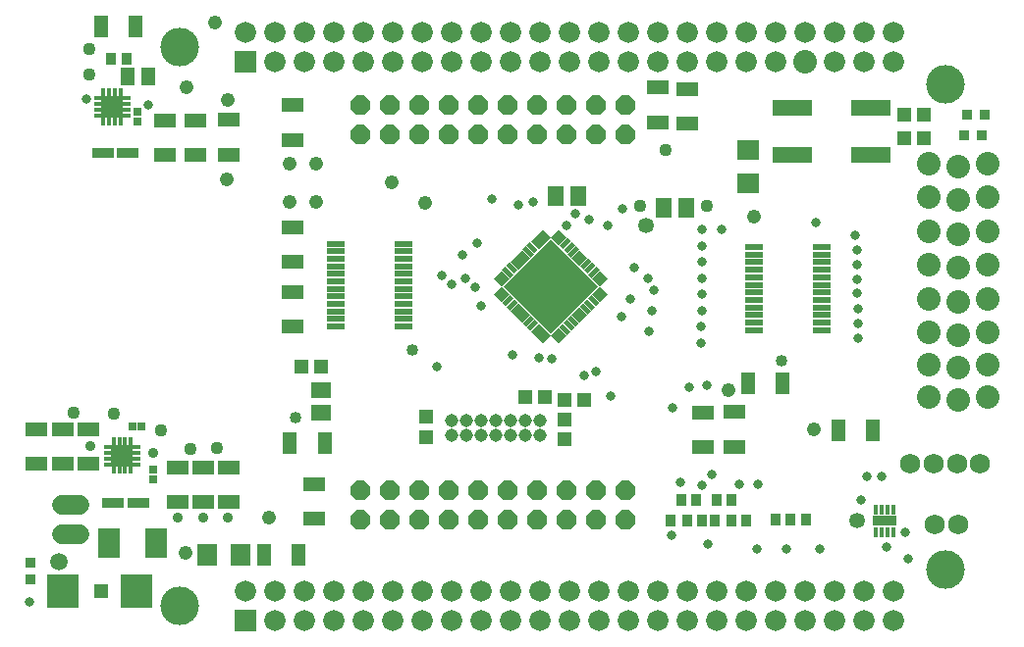
<source format=gts>
G75*
%MOIN*%
%OFA0B0*%
%FSLAX24Y24*%
%IPPOS*%
%LPD*%
%AMOC8*
5,1,8,0,0,1.08239X$1,22.5*
%
%ADD10R,0.0572X0.0651*%
%ADD11R,0.0454X0.0493*%
%ADD12R,0.0493X0.0454*%
%ADD13C,0.1310*%
%ADD14R,0.0720X0.0720*%
%ADD15C,0.0720*%
%ADD16C,0.0800*%
%ADD17R,0.0500X0.0770*%
%ADD18R,0.0770X0.0500*%
%ADD19R,0.0651X0.0572*%
%ADD20R,0.0300X0.0280*%
%ADD21R,0.0280X0.0300*%
%ADD22R,0.0750X0.0340*%
%ADD23R,0.0180X0.0260*%
%ADD24R,0.0260X0.0180*%
%ADD25R,0.0730X0.0730*%
%ADD26R,0.0320X0.0440*%
%ADD27R,0.0500X0.0630*%
%ADD28C,0.0450*%
%ADD29R,0.0640X0.0200*%
%ADD30OC8,0.0660*%
%ADD31R,0.0180X0.0380*%
%ADD32R,0.2260X0.2260*%
%ADD33R,0.0336X0.0414*%
%ADD34C,0.0660*%
%ADD35R,0.0690X0.0770*%
%ADD36R,0.1320X0.0532*%
%ADD37R,0.0769X0.0690*%
%ADD38R,0.0847X0.0375*%
%ADD39R,0.0166X0.0336*%
%ADD40C,0.0690*%
%ADD41R,0.1064X0.1123*%
%ADD42R,0.0769X0.1005*%
%ADD43R,0.0375X0.0375*%
%ADD44C,0.0436*%
%ADD45C,0.0330*%
%ADD46C,0.0400*%
%ADD47C,0.0476*%
%ADD48C,0.0532*%
%ADD49C,0.0591*%
%ADD50C,0.0350*%
%ADD51R,0.0476X0.0476*%
D10*
X025646Y015285D03*
X026394Y015285D03*
X022724Y015700D03*
X021976Y015700D03*
D11*
X013995Y009910D03*
X013325Y009910D03*
X020945Y008870D03*
X021615Y008870D03*
X022285Y008780D03*
X022955Y008780D03*
X022270Y008105D03*
X022270Y007435D03*
X033815Y017650D03*
X034485Y017650D03*
X034485Y018450D03*
X033815Y018450D03*
D12*
X017570Y008185D03*
X017570Y007515D03*
D13*
X009200Y001750D03*
X035200Y003000D03*
X035200Y019500D03*
X009200Y020750D03*
D14*
X011450Y020250D03*
X011450Y001250D03*
D15*
X012450Y001250D03*
X013450Y001250D03*
X014450Y001250D03*
X015450Y001250D03*
X016450Y001250D03*
X017450Y001250D03*
X018450Y001250D03*
X019450Y001250D03*
X020450Y001250D03*
X021450Y001250D03*
X022450Y001250D03*
X023450Y001250D03*
X024450Y001250D03*
X025450Y001250D03*
X026450Y001250D03*
X027450Y001250D03*
X028450Y001250D03*
X029450Y001250D03*
X030450Y001250D03*
X031450Y001250D03*
X032450Y001250D03*
X033450Y001250D03*
X033450Y002250D03*
X032450Y002250D03*
X031450Y002250D03*
X030450Y002250D03*
X029450Y002250D03*
X028450Y002250D03*
X027450Y002250D03*
X026450Y002250D03*
X025450Y002250D03*
X024450Y002250D03*
X023450Y002250D03*
X022450Y002250D03*
X021450Y002250D03*
X020450Y002250D03*
X019450Y002250D03*
X018450Y002250D03*
X017450Y002250D03*
X016450Y002250D03*
X015450Y002250D03*
X014450Y002250D03*
X013450Y002250D03*
X012450Y002250D03*
X011450Y002250D03*
X012450Y020250D03*
X013450Y020250D03*
X014450Y020250D03*
X015450Y020250D03*
X016450Y020250D03*
X017450Y020250D03*
X018450Y020250D03*
X019450Y020250D03*
X020450Y020250D03*
X021450Y020250D03*
X022450Y020250D03*
X023450Y020250D03*
X024450Y020250D03*
X025450Y020250D03*
X026450Y020250D03*
X027450Y020250D03*
X028450Y020250D03*
X029450Y020250D03*
X029450Y021250D03*
X028450Y021250D03*
X027450Y021250D03*
X026450Y021250D03*
X025450Y021250D03*
X024450Y021250D03*
X023450Y021250D03*
X022450Y021250D03*
X021450Y021250D03*
X020450Y021250D03*
X019450Y021250D03*
X018450Y021250D03*
X017450Y021250D03*
X016450Y021250D03*
X015450Y021250D03*
X014450Y021250D03*
X013450Y021250D03*
X012450Y021250D03*
X011450Y021250D03*
X030450Y021250D03*
X031450Y021250D03*
X032450Y021250D03*
X033450Y021250D03*
X033450Y020250D03*
X032450Y020250D03*
X031450Y020250D03*
D16*
X030450Y020250D03*
X034650Y016800D03*
X035650Y016700D03*
X036650Y016800D03*
X036650Y015650D03*
X035650Y015550D03*
X034650Y015650D03*
X034650Y014500D03*
X035650Y014400D03*
X036650Y014500D03*
X036650Y013350D03*
X035650Y013250D03*
X034650Y013350D03*
X034650Y012200D03*
X035650Y012100D03*
X036650Y012200D03*
X036650Y011050D03*
X035650Y010950D03*
X034650Y011050D03*
X034650Y009950D03*
X035650Y009850D03*
X036650Y009950D03*
X036650Y008850D03*
X035650Y008750D03*
X034650Y008850D03*
D17*
X032743Y007736D03*
X031563Y007736D03*
X029680Y009330D03*
X028500Y009330D03*
X014126Y007304D03*
X012946Y007304D03*
X013240Y003510D03*
X012060Y003510D03*
X007711Y021451D03*
X006531Y021451D03*
D18*
X008691Y018281D03*
X009756Y018273D03*
X010871Y018283D03*
X010871Y017103D03*
X009756Y017093D03*
X008691Y017101D03*
X013050Y017610D03*
X013050Y018790D03*
X013050Y014640D03*
X013050Y013460D03*
X013050Y012440D03*
X013050Y011260D03*
X006100Y007778D03*
X005225Y007778D03*
X004350Y007778D03*
X004350Y006598D03*
X005225Y006598D03*
X006100Y006598D03*
X009131Y006465D03*
X010006Y006465D03*
X010881Y006465D03*
X010881Y005285D03*
X010006Y005285D03*
X009131Y005285D03*
X013773Y004731D03*
X013773Y005911D03*
X026970Y007160D03*
X028030Y007170D03*
X028030Y008350D03*
X026970Y008340D03*
X026450Y018160D03*
X025450Y018210D03*
X025450Y019390D03*
X026450Y019340D03*
D19*
X014010Y009094D03*
X014010Y008346D03*
D20*
X008301Y006384D03*
X008301Y006054D03*
X007788Y018243D03*
X007788Y018573D03*
D21*
X007921Y007875D03*
X007591Y007875D03*
D22*
X007806Y005250D03*
X006956Y005250D03*
X006601Y017180D03*
X007451Y017180D03*
D23*
X007213Y018244D03*
X007016Y018244D03*
X006819Y018244D03*
X006622Y018244D03*
X006622Y019228D03*
X006819Y019228D03*
X007016Y019228D03*
X007213Y019228D03*
X007158Y007367D03*
X007355Y007367D03*
X007552Y007367D03*
X006961Y007367D03*
X006961Y006383D03*
X007158Y006383D03*
X007355Y006383D03*
X007552Y006383D03*
D24*
X007748Y006580D03*
X007748Y006777D03*
X007748Y006973D03*
X007748Y007170D03*
X006764Y007170D03*
X006764Y006973D03*
X006764Y006777D03*
X006764Y006580D03*
X006425Y018441D03*
X006425Y018638D03*
X006425Y018835D03*
X006425Y019032D03*
X007410Y019032D03*
X007410Y018835D03*
X007410Y018638D03*
X007410Y018441D03*
D25*
X006918Y018736D03*
X007256Y006875D03*
D26*
X025875Y004650D03*
X026425Y004650D03*
X026925Y004650D03*
X027375Y004650D03*
X027925Y004650D03*
X028425Y004650D03*
X029425Y004700D03*
X029925Y004700D03*
X030475Y004700D03*
X007408Y020381D03*
X006858Y020381D03*
D27*
X007434Y019778D03*
X008144Y019778D03*
D28*
X018430Y008070D03*
X018930Y008070D03*
X019430Y008070D03*
X019930Y008070D03*
X020430Y008070D03*
X020930Y008070D03*
X021430Y008070D03*
X021430Y007570D03*
X020930Y007570D03*
X020430Y007570D03*
X019930Y007570D03*
X019430Y007570D03*
X018930Y007570D03*
X018430Y007570D03*
D29*
X016820Y011260D03*
X016820Y011520D03*
X016820Y011770D03*
X016820Y012030D03*
X016820Y012290D03*
X016820Y012540D03*
X016820Y012800D03*
X016820Y013050D03*
X016820Y013310D03*
X016820Y013570D03*
X016820Y013820D03*
X016820Y014080D03*
X014520Y014080D03*
X014520Y013820D03*
X014520Y013570D03*
X014520Y013310D03*
X014520Y013050D03*
X014520Y012800D03*
X014520Y012540D03*
X014520Y012290D03*
X014520Y012030D03*
X014520Y011770D03*
X014520Y011520D03*
X014520Y011260D03*
X028700Y011140D03*
X028700Y011400D03*
X028700Y011650D03*
X028700Y011910D03*
X028700Y012170D03*
X028700Y012420D03*
X028700Y012680D03*
X028700Y012930D03*
X028700Y013190D03*
X028700Y013450D03*
X028700Y013700D03*
X028700Y013960D03*
X031000Y013960D03*
X031000Y013700D03*
X031000Y013450D03*
X031000Y013190D03*
X031000Y012930D03*
X031000Y012680D03*
X031000Y012420D03*
X031000Y012170D03*
X031000Y011910D03*
X031000Y011650D03*
X031000Y011400D03*
X031000Y011140D03*
D30*
X024350Y005700D03*
X023350Y005700D03*
X022350Y005700D03*
X021350Y005700D03*
X020350Y005700D03*
X019350Y005700D03*
X018350Y005700D03*
X017350Y005700D03*
X016350Y005700D03*
X015350Y005700D03*
X015350Y004700D03*
X016350Y004700D03*
X017350Y004700D03*
X018350Y004700D03*
X019350Y004700D03*
X020350Y004700D03*
X021350Y004700D03*
X022350Y004700D03*
X023350Y004700D03*
X024350Y004700D03*
X024350Y017800D03*
X023350Y017800D03*
X022350Y017800D03*
X021350Y017800D03*
X020350Y017800D03*
X019350Y017800D03*
X018350Y017800D03*
X017350Y017800D03*
X016350Y017800D03*
X015350Y017800D03*
X015350Y018800D03*
X016350Y018800D03*
X017350Y018800D03*
X018350Y018800D03*
X019350Y018800D03*
X020350Y018800D03*
X021350Y018800D03*
X022350Y018800D03*
X023350Y018800D03*
X024350Y018800D03*
D31*
G36*
X022083Y014561D02*
X022210Y014434D01*
X021943Y014167D01*
X021816Y014294D01*
X022083Y014561D01*
G37*
G36*
X021406Y014434D02*
X021533Y014561D01*
X021800Y014294D01*
X021673Y014167D01*
X021406Y014434D01*
G37*
G36*
X021272Y014300D02*
X021399Y014427D01*
X021666Y014160D01*
X021539Y014033D01*
X021272Y014300D01*
G37*
G36*
X021130Y014158D02*
X021257Y014285D01*
X021524Y014018D01*
X021397Y013891D01*
X021130Y014158D01*
G37*
G36*
X020989Y014017D02*
X021116Y014144D01*
X021383Y013877D01*
X021256Y013750D01*
X020989Y014017D01*
G37*
G36*
X020855Y013883D02*
X020982Y014010D01*
X021249Y013743D01*
X021122Y013616D01*
X020855Y013883D01*
G37*
G36*
X020713Y013741D02*
X020840Y013868D01*
X021107Y013601D01*
X020980Y013474D01*
X020713Y013741D01*
G37*
G36*
X020572Y013600D02*
X020699Y013727D01*
X020966Y013460D01*
X020839Y013333D01*
X020572Y013600D01*
G37*
G36*
X020430Y013458D02*
X020557Y013585D01*
X020824Y013318D01*
X020697Y013191D01*
X020430Y013458D01*
G37*
G36*
X020296Y013324D02*
X020423Y013451D01*
X020690Y013184D01*
X020563Y013057D01*
X020296Y013324D01*
G37*
G36*
X020155Y013183D02*
X020282Y013310D01*
X020549Y013043D01*
X020422Y012916D01*
X020155Y013183D01*
G37*
G36*
X020013Y013041D02*
X020140Y013168D01*
X020407Y012901D01*
X020280Y012774D01*
X020013Y013041D01*
G37*
G36*
X019879Y012907D02*
X020006Y013034D01*
X020273Y012767D01*
X020146Y012640D01*
X019879Y012907D01*
G37*
G36*
X020146Y012624D02*
X020273Y012497D01*
X020006Y012230D01*
X019879Y012357D01*
X020146Y012624D01*
G37*
G36*
X020280Y012489D02*
X020407Y012362D01*
X020140Y012095D01*
X020013Y012222D01*
X020280Y012489D01*
G37*
G36*
X020422Y012348D02*
X020549Y012221D01*
X020282Y011954D01*
X020155Y012081D01*
X020422Y012348D01*
G37*
G36*
X020563Y012207D02*
X020690Y012080D01*
X020423Y011813D01*
X020296Y011940D01*
X020563Y012207D01*
G37*
G36*
X020697Y012072D02*
X020824Y011945D01*
X020557Y011678D01*
X020430Y011805D01*
X020697Y012072D01*
G37*
G36*
X020839Y011931D02*
X020966Y011804D01*
X020699Y011537D01*
X020572Y011664D01*
X020839Y011931D01*
G37*
G36*
X020980Y011789D02*
X021107Y011662D01*
X020840Y011395D01*
X020713Y011522D01*
X020980Y011789D01*
G37*
G36*
X021122Y011648D02*
X021249Y011521D01*
X020982Y011254D01*
X020855Y011381D01*
X021122Y011648D01*
G37*
G36*
X021256Y011514D02*
X021383Y011387D01*
X021116Y011120D01*
X020989Y011247D01*
X021256Y011514D01*
G37*
G36*
X021397Y011372D02*
X021524Y011245D01*
X021257Y010978D01*
X021130Y011105D01*
X021397Y011372D01*
G37*
G36*
X021539Y011231D02*
X021666Y011104D01*
X021399Y010837D01*
X021272Y010964D01*
X021539Y011231D01*
G37*
G36*
X021673Y011096D02*
X021800Y010969D01*
X021533Y010702D01*
X021406Y010829D01*
X021673Y011096D01*
G37*
G36*
X021816Y010969D02*
X021943Y011096D01*
X022210Y010829D01*
X022083Y010702D01*
X021816Y010969D01*
G37*
G36*
X021951Y011104D02*
X022078Y011231D01*
X022345Y010964D01*
X022218Y010837D01*
X021951Y011104D01*
G37*
G36*
X022092Y011245D02*
X022219Y011372D01*
X022486Y011105D01*
X022359Y010978D01*
X022092Y011245D01*
G37*
G36*
X022233Y011387D02*
X022360Y011514D01*
X022627Y011247D01*
X022500Y011120D01*
X022233Y011387D01*
G37*
G36*
X022368Y011521D02*
X022495Y011648D01*
X022762Y011381D01*
X022635Y011254D01*
X022368Y011521D01*
G37*
G36*
X022509Y011662D02*
X022636Y011789D01*
X022903Y011522D01*
X022776Y011395D01*
X022509Y011662D01*
G37*
G36*
X022651Y011804D02*
X022778Y011931D01*
X023045Y011664D01*
X022918Y011537D01*
X022651Y011804D01*
G37*
G36*
X022792Y011945D02*
X022919Y012072D01*
X023186Y011805D01*
X023059Y011678D01*
X022792Y011945D01*
G37*
G36*
X022926Y012080D02*
X023053Y012207D01*
X023320Y011940D01*
X023193Y011813D01*
X022926Y012080D01*
G37*
G36*
X023068Y012221D02*
X023195Y012348D01*
X023462Y012081D01*
X023335Y011954D01*
X023068Y012221D01*
G37*
G36*
X023209Y012362D02*
X023336Y012489D01*
X023603Y012222D01*
X023476Y012095D01*
X023209Y012362D01*
G37*
G36*
X023344Y012497D02*
X023471Y012624D01*
X023738Y012357D01*
X023611Y012230D01*
X023344Y012497D01*
G37*
G36*
X023611Y013034D02*
X023738Y012907D01*
X023471Y012640D01*
X023344Y012767D01*
X023611Y013034D01*
G37*
G36*
X023476Y013168D02*
X023603Y013041D01*
X023336Y012774D01*
X023209Y012901D01*
X023476Y013168D01*
G37*
G36*
X023335Y013310D02*
X023462Y013183D01*
X023195Y012916D01*
X023068Y013043D01*
X023335Y013310D01*
G37*
G36*
X023193Y013451D02*
X023320Y013324D01*
X023053Y013057D01*
X022926Y013184D01*
X023193Y013451D01*
G37*
G36*
X023059Y013585D02*
X023186Y013458D01*
X022919Y013191D01*
X022792Y013318D01*
X023059Y013585D01*
G37*
G36*
X022918Y013727D02*
X023045Y013600D01*
X022778Y013333D01*
X022651Y013460D01*
X022918Y013727D01*
G37*
G36*
X022776Y013868D02*
X022903Y013741D01*
X022636Y013474D01*
X022509Y013601D01*
X022776Y013868D01*
G37*
G36*
X022635Y014010D02*
X022762Y013883D01*
X022495Y013616D01*
X022368Y013743D01*
X022635Y014010D01*
G37*
G36*
X022500Y014144D02*
X022627Y014017D01*
X022360Y013750D01*
X022233Y013877D01*
X022500Y014144D01*
G37*
G36*
X022359Y014285D02*
X022486Y014158D01*
X022219Y013891D01*
X022092Y014018D01*
X022359Y014285D01*
G37*
G36*
X022218Y014427D02*
X022345Y014300D01*
X022078Y014033D01*
X021951Y014160D01*
X022218Y014427D01*
G37*
D32*
G36*
X021808Y011034D02*
X020210Y012632D01*
X021808Y014230D01*
X023406Y012632D01*
X021808Y011034D01*
G37*
D33*
X026244Y005350D03*
X026756Y005350D03*
X027444Y005350D03*
X027956Y005350D03*
D34*
X005800Y005200D02*
X005200Y005200D01*
X005200Y004200D02*
X005800Y004200D01*
D35*
X010140Y003500D03*
X011260Y003500D03*
D36*
X030011Y017113D03*
X030011Y018687D03*
X032689Y018687D03*
X032689Y017113D03*
D37*
X028500Y017251D03*
X028500Y016149D03*
D38*
X033150Y004650D03*
D39*
X033052Y005024D03*
X033248Y005024D03*
X033445Y005024D03*
X032855Y005024D03*
X032855Y004276D03*
X033052Y004276D03*
X033248Y004276D03*
X033445Y004276D03*
D40*
X034856Y004533D03*
X035644Y004533D03*
X035594Y006583D03*
X036381Y006583D03*
X034806Y006583D03*
X034019Y006583D03*
D41*
X007748Y002250D03*
X005252Y002250D03*
D42*
X006803Y003900D03*
X008397Y003900D03*
D43*
X004150Y003245D03*
X004150Y002655D03*
X035855Y017750D03*
X036445Y017750D03*
X036545Y018450D03*
X035955Y018450D03*
D44*
X027100Y015350D03*
X024850Y015350D03*
X025700Y017250D03*
X010480Y007140D03*
X009590Y007090D03*
X008580Y007740D03*
X006980Y008304D03*
X005620Y008344D03*
X006125Y019845D03*
X006130Y020710D03*
D45*
X004100Y001900D03*
X017950Y009900D03*
X020500Y010300D03*
X021400Y010200D03*
X021850Y010150D03*
X022950Y009600D03*
X023350Y009730D03*
X023850Y008900D03*
X025950Y008500D03*
X026500Y009200D03*
X027100Y009250D03*
X026900Y010700D03*
X026900Y011250D03*
X026950Y011800D03*
X026950Y012350D03*
X026950Y012900D03*
X026950Y013450D03*
X026950Y014000D03*
X026950Y014550D03*
X027600Y014550D03*
X025100Y012900D03*
X024650Y013250D03*
X025300Y012500D03*
X024500Y012200D03*
X024200Y011600D03*
X025250Y011800D03*
X025150Y011100D03*
X023750Y014700D03*
X023100Y014900D03*
X022650Y015100D03*
X022350Y014700D03*
X021200Y015500D03*
X020700Y015400D03*
X019800Y015600D03*
X019300Y014100D03*
X018800Y013700D03*
X018900Y012900D03*
X018450Y012700D03*
X018100Y013000D03*
X019250Y012600D03*
X019450Y011950D03*
X024250Y015250D03*
X030800Y014800D03*
X032150Y014350D03*
X032200Y013850D03*
X032200Y013350D03*
X032200Y012850D03*
X032200Y012400D03*
X032250Y011850D03*
X032250Y011350D03*
X032250Y010850D03*
X027270Y006240D03*
X026950Y005850D03*
X026200Y005950D03*
X028200Y005900D03*
X028850Y005900D03*
X025900Y004150D03*
X027150Y003850D03*
X028800Y003700D03*
X029800Y003700D03*
X030950Y003700D03*
X033200Y003750D03*
X033850Y004250D03*
X033950Y003350D03*
X032350Y005350D03*
X032550Y006150D03*
X033050Y006150D03*
X008150Y018800D03*
X006025Y019000D03*
D46*
X017100Y010450D03*
X013150Y008150D03*
X029650Y010100D03*
D47*
X027855Y009085D03*
X030755Y007755D03*
X028700Y015000D03*
X017550Y015450D03*
X016400Y016150D03*
X013850Y015500D03*
X012950Y015500D03*
X012950Y016800D03*
X013850Y016800D03*
X010800Y016250D03*
X010850Y018950D03*
X009450Y019400D03*
X010400Y021590D03*
X012250Y004750D03*
X009400Y003550D03*
D48*
X025050Y014700D03*
X032200Y004650D03*
D49*
X005100Y003250D03*
D50*
X009150Y004750D03*
X010000Y004750D03*
X010850Y004750D03*
X008319Y006969D03*
X006163Y007188D03*
D51*
X006550Y002250D03*
M02*

</source>
